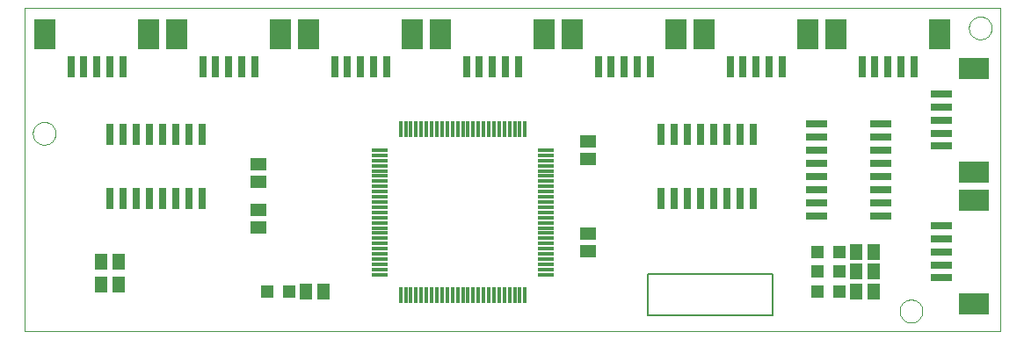
<source format=gtp>
G75*
%MOIN*%
%OFA0B0*%
%FSLAX24Y24*%
%IPPOS*%
%LPD*%
%AMOC8*
5,1,8,0,0,1.08239X$1,22.5*
%
%ADD10C,0.0000*%
%ADD11R,0.0118X0.0591*%
%ADD12R,0.0591X0.0118*%
%ADD13R,0.0512X0.0591*%
%ADD14R,0.0591X0.0512*%
%ADD15R,0.0315X0.0787*%
%ADD16R,0.0827X0.1181*%
%ADD17R,0.0787X0.0315*%
%ADD18R,0.1181X0.0827*%
%ADD19R,0.0800X0.0260*%
%ADD20R,0.0260X0.0800*%
%ADD21R,0.0472X0.0472*%
%ADD22C,0.0050*%
D10*
X000100Y000100D02*
X000100Y012350D01*
X037100Y012350D01*
X037100Y000100D01*
X000100Y000100D01*
X000417Y007600D02*
X000419Y007641D01*
X000425Y007682D01*
X000435Y007722D01*
X000448Y007761D01*
X000465Y007798D01*
X000486Y007834D01*
X000510Y007868D01*
X000537Y007899D01*
X000566Y007927D01*
X000599Y007953D01*
X000633Y007975D01*
X000670Y007994D01*
X000708Y008009D01*
X000748Y008021D01*
X000788Y008029D01*
X000829Y008033D01*
X000871Y008033D01*
X000912Y008029D01*
X000952Y008021D01*
X000992Y008009D01*
X001030Y007994D01*
X001066Y007975D01*
X001101Y007953D01*
X001134Y007927D01*
X001163Y007899D01*
X001190Y007868D01*
X001214Y007834D01*
X001235Y007798D01*
X001252Y007761D01*
X001265Y007722D01*
X001275Y007682D01*
X001281Y007641D01*
X001283Y007600D01*
X001281Y007559D01*
X001275Y007518D01*
X001265Y007478D01*
X001252Y007439D01*
X001235Y007402D01*
X001214Y007366D01*
X001190Y007332D01*
X001163Y007301D01*
X001134Y007273D01*
X001101Y007247D01*
X001067Y007225D01*
X001030Y007206D01*
X000992Y007191D01*
X000952Y007179D01*
X000912Y007171D01*
X000871Y007167D01*
X000829Y007167D01*
X000788Y007171D01*
X000748Y007179D01*
X000708Y007191D01*
X000670Y007206D01*
X000634Y007225D01*
X000599Y007247D01*
X000566Y007273D01*
X000537Y007301D01*
X000510Y007332D01*
X000486Y007366D01*
X000465Y007402D01*
X000448Y007439D01*
X000435Y007478D01*
X000425Y007518D01*
X000419Y007559D01*
X000417Y007600D01*
X033292Y000850D02*
X033294Y000891D01*
X033300Y000932D01*
X033310Y000972D01*
X033323Y001011D01*
X033340Y001048D01*
X033361Y001084D01*
X033385Y001118D01*
X033412Y001149D01*
X033441Y001177D01*
X033474Y001203D01*
X033508Y001225D01*
X033545Y001244D01*
X033583Y001259D01*
X033623Y001271D01*
X033663Y001279D01*
X033704Y001283D01*
X033746Y001283D01*
X033787Y001279D01*
X033827Y001271D01*
X033867Y001259D01*
X033905Y001244D01*
X033941Y001225D01*
X033976Y001203D01*
X034009Y001177D01*
X034038Y001149D01*
X034065Y001118D01*
X034089Y001084D01*
X034110Y001048D01*
X034127Y001011D01*
X034140Y000972D01*
X034150Y000932D01*
X034156Y000891D01*
X034158Y000850D01*
X034156Y000809D01*
X034150Y000768D01*
X034140Y000728D01*
X034127Y000689D01*
X034110Y000652D01*
X034089Y000616D01*
X034065Y000582D01*
X034038Y000551D01*
X034009Y000523D01*
X033976Y000497D01*
X033942Y000475D01*
X033905Y000456D01*
X033867Y000441D01*
X033827Y000429D01*
X033787Y000421D01*
X033746Y000417D01*
X033704Y000417D01*
X033663Y000421D01*
X033623Y000429D01*
X033583Y000441D01*
X033545Y000456D01*
X033509Y000475D01*
X033474Y000497D01*
X033441Y000523D01*
X033412Y000551D01*
X033385Y000582D01*
X033361Y000616D01*
X033340Y000652D01*
X033323Y000689D01*
X033310Y000728D01*
X033300Y000768D01*
X033294Y000809D01*
X033292Y000850D01*
X035917Y011600D02*
X035919Y011641D01*
X035925Y011682D01*
X035935Y011722D01*
X035948Y011761D01*
X035965Y011798D01*
X035986Y011834D01*
X036010Y011868D01*
X036037Y011899D01*
X036066Y011927D01*
X036099Y011953D01*
X036133Y011975D01*
X036170Y011994D01*
X036208Y012009D01*
X036248Y012021D01*
X036288Y012029D01*
X036329Y012033D01*
X036371Y012033D01*
X036412Y012029D01*
X036452Y012021D01*
X036492Y012009D01*
X036530Y011994D01*
X036566Y011975D01*
X036601Y011953D01*
X036634Y011927D01*
X036663Y011899D01*
X036690Y011868D01*
X036714Y011834D01*
X036735Y011798D01*
X036752Y011761D01*
X036765Y011722D01*
X036775Y011682D01*
X036781Y011641D01*
X036783Y011600D01*
X036781Y011559D01*
X036775Y011518D01*
X036765Y011478D01*
X036752Y011439D01*
X036735Y011402D01*
X036714Y011366D01*
X036690Y011332D01*
X036663Y011301D01*
X036634Y011273D01*
X036601Y011247D01*
X036567Y011225D01*
X036530Y011206D01*
X036492Y011191D01*
X036452Y011179D01*
X036412Y011171D01*
X036371Y011167D01*
X036329Y011167D01*
X036288Y011171D01*
X036248Y011179D01*
X036208Y011191D01*
X036170Y011206D01*
X036134Y011225D01*
X036099Y011247D01*
X036066Y011273D01*
X036037Y011301D01*
X036010Y011332D01*
X035986Y011366D01*
X035965Y011402D01*
X035948Y011439D01*
X035935Y011478D01*
X035925Y011518D01*
X035919Y011559D01*
X035917Y011600D01*
D11*
X019087Y007750D03*
X018890Y007750D03*
X018694Y007750D03*
X018497Y007750D03*
X018300Y007750D03*
X018103Y007750D03*
X017906Y007750D03*
X017709Y007750D03*
X017512Y007750D03*
X017316Y007750D03*
X017119Y007750D03*
X016922Y007750D03*
X016725Y007750D03*
X016528Y007750D03*
X016331Y007750D03*
X016134Y007750D03*
X015938Y007750D03*
X015741Y007750D03*
X015544Y007750D03*
X015347Y007750D03*
X015150Y007750D03*
X014953Y007750D03*
X014756Y007750D03*
X014560Y007750D03*
X014363Y007750D03*
X014363Y001450D03*
X014560Y001450D03*
X014756Y001450D03*
X014953Y001450D03*
X015150Y001450D03*
X015347Y001450D03*
X015544Y001450D03*
X015741Y001450D03*
X015938Y001450D03*
X016134Y001450D03*
X016331Y001450D03*
X016528Y001450D03*
X016725Y001450D03*
X016922Y001450D03*
X017119Y001450D03*
X017316Y001450D03*
X017512Y001450D03*
X017709Y001450D03*
X017906Y001450D03*
X018103Y001450D03*
X018300Y001450D03*
X018497Y001450D03*
X018694Y001450D03*
X018890Y001450D03*
X019087Y001450D03*
D12*
X019875Y002238D03*
X019875Y002435D03*
X019875Y002631D03*
X019875Y002828D03*
X019875Y003025D03*
X019875Y003222D03*
X019875Y003419D03*
X019875Y003616D03*
X019875Y003813D03*
X019875Y004009D03*
X019875Y004206D03*
X019875Y004403D03*
X019875Y004600D03*
X019875Y004797D03*
X019875Y004994D03*
X019875Y005191D03*
X019875Y005387D03*
X019875Y005584D03*
X019875Y005781D03*
X019875Y005978D03*
X019875Y006175D03*
X019875Y006372D03*
X019875Y006569D03*
X019875Y006765D03*
X019875Y006962D03*
X013575Y006962D03*
X013575Y006765D03*
X013575Y006569D03*
X013575Y006372D03*
X013575Y006175D03*
X013575Y005978D03*
X013575Y005781D03*
X013575Y005584D03*
X013575Y005387D03*
X013575Y005191D03*
X013575Y004994D03*
X013575Y004797D03*
X013575Y004600D03*
X013575Y004403D03*
X013575Y004206D03*
X013575Y004009D03*
X013575Y003813D03*
X013575Y003616D03*
X013575Y003419D03*
X013575Y003222D03*
X013575Y003025D03*
X013575Y002828D03*
X013575Y002631D03*
X013575Y002435D03*
X013575Y002238D03*
D13*
X011435Y001600D03*
X010765Y001600D03*
X003685Y001850D03*
X003015Y001850D03*
X003015Y002725D03*
X003685Y002725D03*
X031640Y002350D03*
X032310Y002350D03*
X032310Y001600D03*
X031640Y001600D03*
X031640Y003100D03*
X032310Y003100D03*
D14*
X021475Y003140D03*
X021475Y003810D03*
X021475Y006640D03*
X021475Y007310D03*
X008975Y006435D03*
X008975Y005765D03*
X008975Y004685D03*
X008975Y004015D03*
D15*
X008834Y010116D03*
X008342Y010116D03*
X007850Y010116D03*
X007358Y010116D03*
X006866Y010116D03*
X003834Y010116D03*
X003342Y010116D03*
X002850Y010116D03*
X002358Y010116D03*
X001866Y010116D03*
X011866Y010116D03*
X012358Y010116D03*
X012850Y010116D03*
X013342Y010116D03*
X013834Y010116D03*
X016866Y010116D03*
X017358Y010116D03*
X017850Y010116D03*
X018342Y010116D03*
X018834Y010116D03*
X021866Y010116D03*
X022358Y010116D03*
X022850Y010116D03*
X023342Y010116D03*
X023834Y010116D03*
X026866Y010116D03*
X027358Y010116D03*
X027850Y010116D03*
X028342Y010116D03*
X028834Y010116D03*
X031866Y010116D03*
X032358Y010116D03*
X032850Y010116D03*
X033342Y010116D03*
X033834Y010116D03*
D16*
X034819Y011346D03*
X030881Y011346D03*
X029819Y011346D03*
X025881Y011346D03*
X024819Y011346D03*
X020881Y011346D03*
X019819Y011346D03*
X015881Y011346D03*
X014819Y011346D03*
X010881Y011346D03*
X009819Y011346D03*
X005881Y011346D03*
X004819Y011346D03*
X000881Y011346D03*
D17*
X034866Y009084D03*
X034866Y008592D03*
X034866Y008100D03*
X034866Y007608D03*
X034866Y007116D03*
X034866Y004084D03*
X034866Y003592D03*
X034866Y003100D03*
X034866Y002608D03*
X034866Y002116D03*
D18*
X036096Y001131D03*
X036096Y005069D03*
X036096Y006131D03*
X036096Y010069D03*
D19*
X032560Y007975D03*
X032560Y007475D03*
X032560Y006975D03*
X032560Y006475D03*
X032560Y005975D03*
X032560Y005475D03*
X032560Y004975D03*
X032560Y004475D03*
X030140Y004475D03*
X030140Y004975D03*
X030140Y005475D03*
X030140Y005975D03*
X030140Y006475D03*
X030140Y006975D03*
X030140Y007475D03*
X030140Y007975D03*
D20*
X027725Y007560D03*
X027225Y007560D03*
X026725Y007560D03*
X026225Y007560D03*
X025725Y007560D03*
X025225Y007560D03*
X024725Y007560D03*
X024225Y007560D03*
X024225Y005140D03*
X024725Y005140D03*
X025225Y005140D03*
X025725Y005140D03*
X026225Y005140D03*
X026725Y005140D03*
X027225Y005140D03*
X027725Y005140D03*
X006850Y005140D03*
X006350Y005140D03*
X005850Y005140D03*
X005350Y005140D03*
X004850Y005140D03*
X004350Y005140D03*
X003850Y005140D03*
X003350Y005140D03*
X003350Y007560D03*
X003850Y007560D03*
X004350Y007560D03*
X004850Y007560D03*
X005350Y007560D03*
X005850Y007560D03*
X006350Y007560D03*
X006850Y007560D03*
D21*
X009312Y001600D03*
X010138Y001600D03*
X030187Y001600D03*
X031013Y001600D03*
X031013Y002350D03*
X030187Y002350D03*
X030187Y003100D03*
X031013Y003100D03*
D22*
X028462Y002262D02*
X028462Y000688D01*
X023738Y000688D01*
X023738Y002262D01*
X028462Y002262D01*
M02*

</source>
